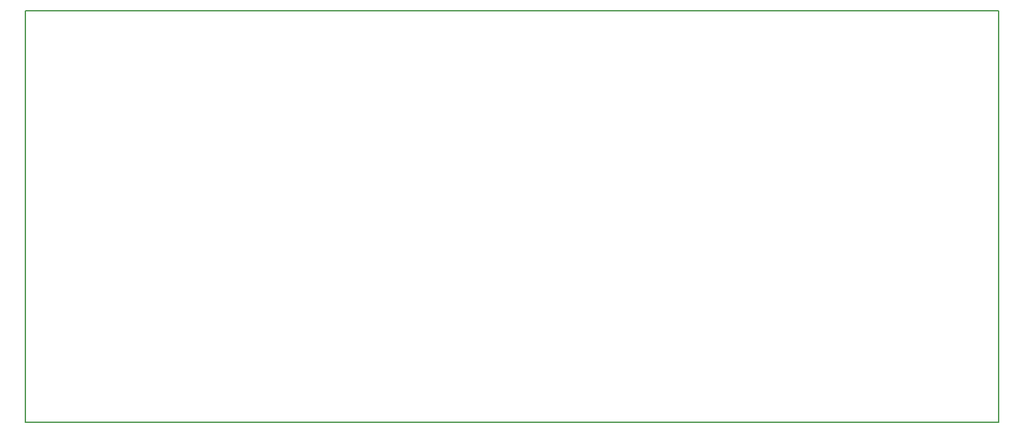
<source format=gm1>
G04 #@! TF.GenerationSoftware,KiCad,Pcbnew,(5.1.12)-1*
G04 #@! TF.CreationDate,2022-05-02T17:08:21+09:00*
G04 #@! TF.ProjectId,Board_v2,426f6172-645f-4763-922e-6b696361645f,0.2.0*
G04 #@! TF.SameCoordinates,PX2faf080PY2faf080*
G04 #@! TF.FileFunction,Profile,NP*
%FSLAX46Y46*%
G04 Gerber Fmt 4.6, Leading zero omitted, Abs format (unit mm)*
G04 Created by KiCad (PCBNEW (5.1.12)-1) date 2022-05-02 17:08:21*
%MOMM*%
%LPD*%
G01*
G04 APERTURE LIST*
G04 #@! TA.AperFunction,Profile*
%ADD10C,0.200000*%
G04 #@! TD*
G04 APERTURE END LIST*
D10*
X0Y-55000000D02*
X0Y0D01*
X130000000Y-55000000D02*
X0Y-55000000D01*
X130000000Y0D02*
X130000000Y-55000000D01*
X0Y0D02*
X130000000Y0D01*
M02*

</source>
